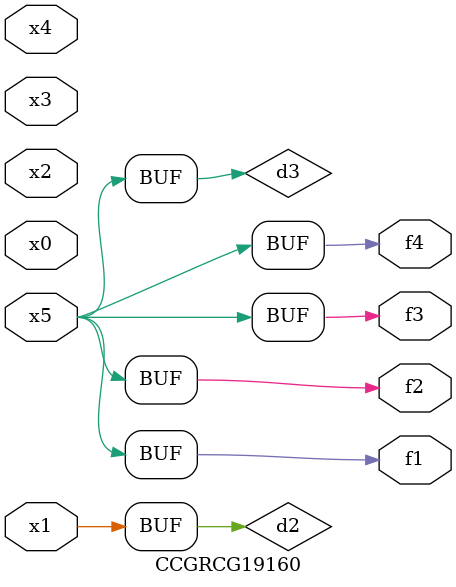
<source format=v>
module CCGRCG19160(
	input x0, x1, x2, x3, x4, x5,
	output f1, f2, f3, f4
);

	wire d1, d2, d3;

	not (d1, x5);
	or (d2, x1);
	xnor (d3, d1);
	assign f1 = d3;
	assign f2 = d3;
	assign f3 = d3;
	assign f4 = d3;
endmodule

</source>
